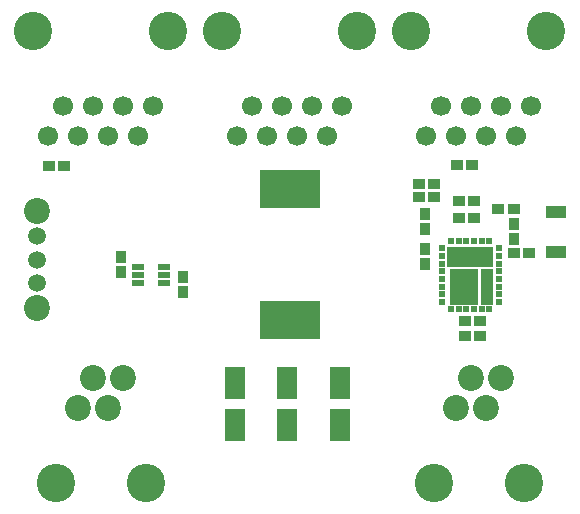
<source format=gbr>
G04 DipTrace 3.0.0.0*
G04 TopMask.gbr*
%MOIN*%
G04 #@! TF.FileFunction,Soldermask,Top*
G04 #@! TF.Part,Single*
%ADD38C,0.059055*%
%ADD41C,0.127953*%
%ADD46C,0.086614*%
%ADD49C,0.066929*%
%ADD50R,0.043307X0.023622*%
%ADD52R,0.204724X0.129921*%
%ADD54R,0.070866X0.03937*%
%ADD56R,0.070866X0.110236*%
%ADD58R,0.035433X0.043307*%
%ADD60R,0.043307X0.035433*%
%ADD62R,0.043307X0.119291*%
%ADD64R,0.094488X0.119291*%
%ADD66R,0.153543X0.070866*%
%ADD68R,0.019685X0.023622*%
%ADD70R,0.023622X0.019685*%
%FSLAX26Y26*%
G04*
G70*
G90*
G75*
G01*
G04 TopMask*
%LPD*%
D70*
X1867290Y1465192D3*
Y1439601D3*
Y1414010D3*
Y1388420D3*
Y1362829D3*
Y1337239D3*
Y1311648D3*
Y1286058D3*
D68*
X1897802Y1261451D3*
X1923392D3*
X1948983D3*
X1974573D3*
X2000164D3*
X2025755D3*
D70*
X2056266Y1286058D3*
Y1311648D3*
Y1337239D3*
Y1362829D3*
Y1388420D3*
Y1414010D3*
Y1439601D3*
Y1465192D3*
D68*
X2025755Y1489798D3*
X2000164D3*
X1974573D3*
X1948983D3*
X1923392D3*
X1897802D3*
D66*
X1961778Y1436648D3*
D64*
X1942093Y1335664D3*
D62*
X2016896D3*
D60*
X2108268Y1448608D3*
X2159449D3*
D58*
X1811024Y1464386D3*
Y1413205D3*
D60*
X1942913Y1221542D3*
X1994094D3*
X1942913Y1172110D3*
X1994094D3*
D58*
X2106299Y1547648D3*
Y1496467D3*
D60*
X1842285Y1677944D3*
X1791104D3*
D56*
X1528052Y1017591D3*
Y875858D3*
X1176543Y1017591D3*
Y875858D3*
X1352017Y1017591D3*
Y875858D3*
D54*
X2247618Y1452996D3*
Y1586854D3*
D52*
X1361888Y1662978D3*
Y1225970D3*
D50*
X940550Y1350403D3*
Y1375993D3*
Y1401584D3*
X853936D3*
Y1375993D3*
Y1350403D3*
D60*
X558228Y1740920D3*
X609409D3*
X1923228Y1623801D3*
X1974409D3*
Y1565378D3*
X1923228D3*
X2106299Y1597269D3*
X2055118D3*
X1841438Y1636012D3*
X1790257D3*
D58*
X1811024Y1528379D3*
Y1579560D3*
D60*
X1916841Y1744087D3*
X1968022D3*
D58*
X1003446Y1319129D3*
Y1370310D3*
X799274Y1436312D3*
Y1385131D3*
D49*
X2165105Y1939764D3*
X2115105Y1839764D3*
X2065105Y1939764D3*
X2015105Y1839764D3*
X1965105Y1939764D3*
X1915105Y1839764D3*
X1865105Y1939764D3*
X1815105Y1839764D3*
D41*
X2215105Y2189764D3*
X1765105D3*
D49*
X904630Y1939764D3*
X854630Y1839764D3*
X804630Y1939764D3*
X754630Y1839764D3*
X704630Y1939764D3*
X654630Y1839764D3*
X604630Y1939764D3*
X554630Y1839764D3*
D41*
X954630Y2189764D3*
X504630D3*
D49*
X1535241Y1939764D3*
X1485241Y1839764D3*
X1435241Y1939764D3*
X1385241Y1839764D3*
X1335241Y1939764D3*
X1285241Y1839764D3*
X1235241Y1939764D3*
X1185241Y1839764D3*
D41*
X1585241Y2189764D3*
X1135241D3*
D38*
X517999Y1348715D3*
Y1427455D3*
Y1506196D3*
D46*
Y1266038D3*
Y1588873D3*
X654646Y934252D3*
X704646Y1034252D3*
X754646Y934252D3*
X804646Y1034252D3*
D41*
X879665Y684262D3*
X579665Y684261D3*
D46*
X1915118Y934252D3*
X1965118Y1034252D3*
X2015118Y934252D3*
X2065118Y1034252D3*
D41*
X2140138Y684262D3*
X1840138Y684261D3*
M02*

</source>
